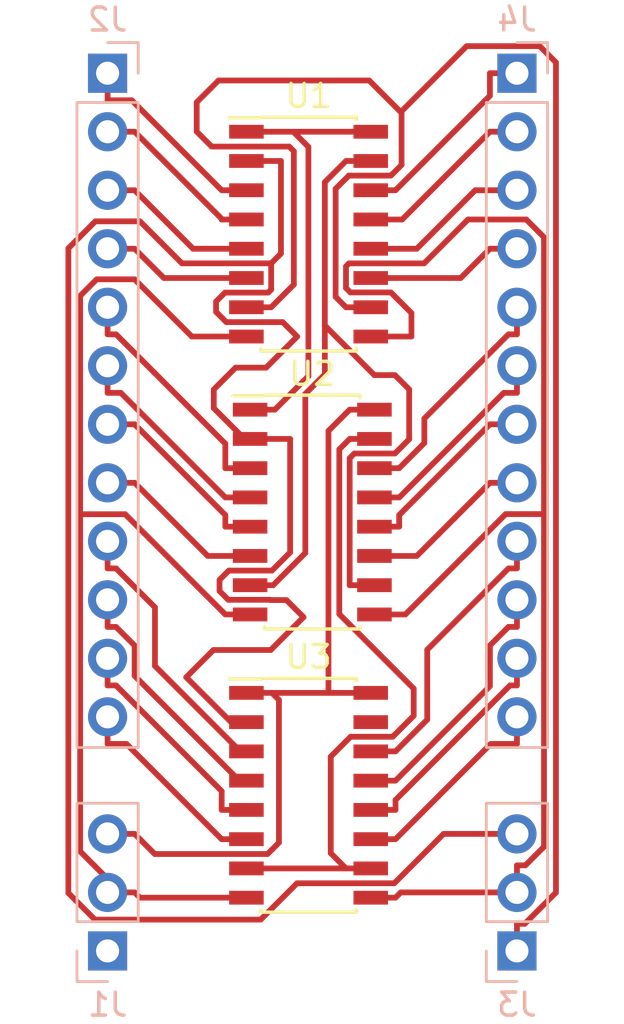
<source format=kicad_pcb>
(kicad_pcb (version 4) (host pcbnew 4.0.7)

  (general
    (links 45)
    (no_connects 1)
    (area 134.952381 70.355 162.22762 115.165)
    (thickness 1.6)
    (drawings 0)
    (tracks 263)
    (zones 0)
    (modules 7)
    (nets 34)
  )

  (page A4)
  (layers
    (0 F.Cu signal)
    (31 B.Cu signal)
    (32 B.Adhes user)
    (33 F.Adhes user)
    (34 B.Paste user)
    (35 F.Paste user)
    (36 B.SilkS user)
    (37 F.SilkS user)
    (38 B.Mask user)
    (39 F.Mask user)
    (40 Dwgs.User user)
    (41 Cmts.User user)
    (42 Eco1.User user)
    (43 Eco2.User user)
    (44 Edge.Cuts user)
    (45 Margin user)
    (46 B.CrtYd user)
    (47 F.CrtYd user)
    (48 B.Fab user)
    (49 F.Fab user)
  )

  (setup
    (last_trace_width 0.25)
    (trace_clearance 0.2)
    (zone_clearance 0.508)
    (zone_45_only no)
    (trace_min 0.2)
    (segment_width 0.2)
    (edge_width 0.15)
    (via_size 0.6)
    (via_drill 0.4)
    (via_min_size 0.4)
    (via_min_drill 0.3)
    (uvia_size 0.3)
    (uvia_drill 0.1)
    (uvias_allowed no)
    (uvia_min_size 0.2)
    (uvia_min_drill 0.1)
    (pcb_text_width 0.3)
    (pcb_text_size 1.5 1.5)
    (mod_edge_width 0.15)
    (mod_text_size 1 1)
    (mod_text_width 0.15)
    (pad_size 1.524 1.524)
    (pad_drill 0.762)
    (pad_to_mask_clearance 0.2)
    (aux_axis_origin 0 0)
    (visible_elements FFFFFF7F)
    (pcbplotparams
      (layerselection 0x00030_80000001)
      (usegerberextensions false)
      (excludeedgelayer true)
      (linewidth 0.100000)
      (plotframeref false)
      (viasonmask false)
      (mode 1)
      (useauxorigin false)
      (hpglpennumber 1)
      (hpglpenspeed 20)
      (hpglpendiameter 15)
      (hpglpenoverlay 2)
      (psnegative false)
      (psa4output false)
      (plotreference true)
      (plotvalue true)
      (plotinvisibletext false)
      (padsonsilk false)
      (subtractmaskfromsilk false)
      (outputformat 1)
      (mirror false)
      (drillshape 1)
      (scaleselection 1)
      (outputdirectory ""))
  )

  (net 0 "")
  (net 1 /Clock)
  (net 2 GND)
  (net 3 VCC)
  (net 4 "Net-(J2-Pad1)")
  (net 5 "Net-(J2-Pad2)")
  (net 6 "Net-(J2-Pad3)")
  (net 7 "Net-(J2-Pad4)")
  (net 8 "Net-(J2-Pad5)")
  (net 9 "Net-(J2-Pad6)")
  (net 10 "Net-(J2-Pad7)")
  (net 11 "Net-(J2-Pad8)")
  (net 12 "Net-(J2-Pad9)")
  (net 13 "Net-(J2-Pad10)")
  (net 14 "Net-(J2-Pad11)")
  (net 15 "Net-(J2-Pad12)")
  (net 16 /Count)
  (net 17 /PE)
  (net 18 "Net-(J4-Pad1)")
  (net 19 "Net-(J4-Pad2)")
  (net 20 "Net-(J4-Pad3)")
  (net 21 "Net-(J4-Pad4)")
  (net 22 "Net-(J4-Pad5)")
  (net 23 "Net-(J4-Pad6)")
  (net 24 "Net-(J4-Pad7)")
  (net 25 "Net-(J4-Pad8)")
  (net 26 "Net-(J4-Pad9)")
  (net 27 "Net-(J4-Pad10)")
  (net 28 "Net-(J4-Pad11)")
  (net 29 "Net-(J4-Pad12)")
  (net 30 /C0)
  (net 31 /C1)
  (net 32 "Net-(U3-Pad15)")
  (net 33 "Net-(J1-Pad1)")

  (net_class Default "This is the default net class."
    (clearance 0.2)
    (trace_width 0.25)
    (via_dia 0.6)
    (via_drill 0.4)
    (uvia_dia 0.3)
    (uvia_drill 0.1)
    (add_net /C0)
    (add_net /C1)
    (add_net /Clock)
    (add_net /Count)
    (add_net /PE)
    (add_net GND)
    (add_net "Net-(J1-Pad1)")
    (add_net "Net-(J2-Pad1)")
    (add_net "Net-(J2-Pad10)")
    (add_net "Net-(J2-Pad11)")
    (add_net "Net-(J2-Pad12)")
    (add_net "Net-(J2-Pad2)")
    (add_net "Net-(J2-Pad3)")
    (add_net "Net-(J2-Pad4)")
    (add_net "Net-(J2-Pad5)")
    (add_net "Net-(J2-Pad6)")
    (add_net "Net-(J2-Pad7)")
    (add_net "Net-(J2-Pad8)")
    (add_net "Net-(J2-Pad9)")
    (add_net "Net-(J4-Pad1)")
    (add_net "Net-(J4-Pad10)")
    (add_net "Net-(J4-Pad11)")
    (add_net "Net-(J4-Pad12)")
    (add_net "Net-(J4-Pad2)")
    (add_net "Net-(J4-Pad3)")
    (add_net "Net-(J4-Pad4)")
    (add_net "Net-(J4-Pad5)")
    (add_net "Net-(J4-Pad6)")
    (add_net "Net-(J4-Pad7)")
    (add_net "Net-(J4-Pad8)")
    (add_net "Net-(J4-Pad9)")
    (add_net "Net-(U3-Pad15)")
    (add_net VCC)
  )

  (module Pin_Headers:Pin_Header_Straight_1x03_Pitch2.54mm (layer B.Cu) (tedit 59650532) (tstamp 5AA1AE0D)
    (at 139.7 111.76)
    (descr "Through hole straight pin header, 1x03, 2.54mm pitch, single row")
    (tags "Through hole pin header THT 1x03 2.54mm single row")
    (path /5AA191ED)
    (fp_text reference J1 (at 0 2.33) (layer B.SilkS)
      (effects (font (size 1 1) (thickness 0.15)) (justify mirror))
    )
    (fp_text value Conn_01x03 (at 0 -7.41) (layer B.Fab)
      (effects (font (size 1 1) (thickness 0.15)) (justify mirror))
    )
    (fp_line (start -0.635 1.27) (end 1.27 1.27) (layer B.Fab) (width 0.1))
    (fp_line (start 1.27 1.27) (end 1.27 -6.35) (layer B.Fab) (width 0.1))
    (fp_line (start 1.27 -6.35) (end -1.27 -6.35) (layer B.Fab) (width 0.1))
    (fp_line (start -1.27 -6.35) (end -1.27 0.635) (layer B.Fab) (width 0.1))
    (fp_line (start -1.27 0.635) (end -0.635 1.27) (layer B.Fab) (width 0.1))
    (fp_line (start -1.33 -6.41) (end 1.33 -6.41) (layer B.SilkS) (width 0.12))
    (fp_line (start -1.33 -1.27) (end -1.33 -6.41) (layer B.SilkS) (width 0.12))
    (fp_line (start 1.33 -1.27) (end 1.33 -6.41) (layer B.SilkS) (width 0.12))
    (fp_line (start -1.33 -1.27) (end 1.33 -1.27) (layer B.SilkS) (width 0.12))
    (fp_line (start -1.33 0) (end -1.33 1.33) (layer B.SilkS) (width 0.12))
    (fp_line (start -1.33 1.33) (end 0 1.33) (layer B.SilkS) (width 0.12))
    (fp_line (start -1.8 1.8) (end -1.8 -6.85) (layer B.CrtYd) (width 0.05))
    (fp_line (start -1.8 -6.85) (end 1.8 -6.85) (layer B.CrtYd) (width 0.05))
    (fp_line (start 1.8 -6.85) (end 1.8 1.8) (layer B.CrtYd) (width 0.05))
    (fp_line (start 1.8 1.8) (end -1.8 1.8) (layer B.CrtYd) (width 0.05))
    (fp_text user %R (at 0 -2.54 270) (layer B.Fab)
      (effects (font (size 1 1) (thickness 0.15)) (justify mirror))
    )
    (pad 1 thru_hole rect (at 0 0) (size 1.7 1.7) (drill 1) (layers *.Cu *.Mask)
      (net 33 "Net-(J1-Pad1)"))
    (pad 2 thru_hole oval (at 0 -2.54) (size 1.7 1.7) (drill 1) (layers *.Cu *.Mask)
      (net 2 GND))
    (pad 3 thru_hole oval (at 0 -5.08) (size 1.7 1.7) (drill 1) (layers *.Cu *.Mask)
      (net 3 VCC))
    (model ${KISYS3DMOD}/Pin_Headers.3dshapes/Pin_Header_Straight_1x03_Pitch2.54mm.wrl
      (at (xyz 0 0 0))
      (scale (xyz 1 1 1))
      (rotate (xyz 0 0 0))
    )
  )

  (module Pin_Headers:Pin_Header_Straight_1x12_Pitch2.54mm (layer B.Cu) (tedit 59650532) (tstamp 5AA1AE1D)
    (at 139.7 73.66 180)
    (descr "Through hole straight pin header, 1x12, 2.54mm pitch, single row")
    (tags "Through hole pin header THT 1x12 2.54mm single row")
    (path /5AA16970)
    (fp_text reference J2 (at 0 2.33 180) (layer B.SilkS)
      (effects (font (size 1 1) (thickness 0.15)) (justify mirror))
    )
    (fp_text value Conn_01x12 (at 0 -30.27 180) (layer B.Fab)
      (effects (font (size 1 1) (thickness 0.15)) (justify mirror))
    )
    (fp_line (start -0.635 1.27) (end 1.27 1.27) (layer B.Fab) (width 0.1))
    (fp_line (start 1.27 1.27) (end 1.27 -29.21) (layer B.Fab) (width 0.1))
    (fp_line (start 1.27 -29.21) (end -1.27 -29.21) (layer B.Fab) (width 0.1))
    (fp_line (start -1.27 -29.21) (end -1.27 0.635) (layer B.Fab) (width 0.1))
    (fp_line (start -1.27 0.635) (end -0.635 1.27) (layer B.Fab) (width 0.1))
    (fp_line (start -1.33 -29.27) (end 1.33 -29.27) (layer B.SilkS) (width 0.12))
    (fp_line (start -1.33 -1.27) (end -1.33 -29.27) (layer B.SilkS) (width 0.12))
    (fp_line (start 1.33 -1.27) (end 1.33 -29.27) (layer B.SilkS) (width 0.12))
    (fp_line (start -1.33 -1.27) (end 1.33 -1.27) (layer B.SilkS) (width 0.12))
    (fp_line (start -1.33 0) (end -1.33 1.33) (layer B.SilkS) (width 0.12))
    (fp_line (start -1.33 1.33) (end 0 1.33) (layer B.SilkS) (width 0.12))
    (fp_line (start -1.8 1.8) (end -1.8 -29.75) (layer B.CrtYd) (width 0.05))
    (fp_line (start -1.8 -29.75) (end 1.8 -29.75) (layer B.CrtYd) (width 0.05))
    (fp_line (start 1.8 -29.75) (end 1.8 1.8) (layer B.CrtYd) (width 0.05))
    (fp_line (start 1.8 1.8) (end -1.8 1.8) (layer B.CrtYd) (width 0.05))
    (fp_text user %R (at 0 -13.97 450) (layer B.Fab)
      (effects (font (size 1 1) (thickness 0.15)) (justify mirror))
    )
    (pad 1 thru_hole rect (at 0 0 180) (size 1.7 1.7) (drill 1) (layers *.Cu *.Mask)
      (net 4 "Net-(J2-Pad1)"))
    (pad 2 thru_hole oval (at 0 -2.54 180) (size 1.7 1.7) (drill 1) (layers *.Cu *.Mask)
      (net 5 "Net-(J2-Pad2)"))
    (pad 3 thru_hole oval (at 0 -5.08 180) (size 1.7 1.7) (drill 1) (layers *.Cu *.Mask)
      (net 6 "Net-(J2-Pad3)"))
    (pad 4 thru_hole oval (at 0 -7.62 180) (size 1.7 1.7) (drill 1) (layers *.Cu *.Mask)
      (net 7 "Net-(J2-Pad4)"))
    (pad 5 thru_hole oval (at 0 -10.16 180) (size 1.7 1.7) (drill 1) (layers *.Cu *.Mask)
      (net 8 "Net-(J2-Pad5)"))
    (pad 6 thru_hole oval (at 0 -12.7 180) (size 1.7 1.7) (drill 1) (layers *.Cu *.Mask)
      (net 9 "Net-(J2-Pad6)"))
    (pad 7 thru_hole oval (at 0 -15.24 180) (size 1.7 1.7) (drill 1) (layers *.Cu *.Mask)
      (net 10 "Net-(J2-Pad7)"))
    (pad 8 thru_hole oval (at 0 -17.78 180) (size 1.7 1.7) (drill 1) (layers *.Cu *.Mask)
      (net 11 "Net-(J2-Pad8)"))
    (pad 9 thru_hole oval (at 0 -20.32 180) (size 1.7 1.7) (drill 1) (layers *.Cu *.Mask)
      (net 12 "Net-(J2-Pad9)"))
    (pad 10 thru_hole oval (at 0 -22.86 180) (size 1.7 1.7) (drill 1) (layers *.Cu *.Mask)
      (net 13 "Net-(J2-Pad10)"))
    (pad 11 thru_hole oval (at 0 -25.4 180) (size 1.7 1.7) (drill 1) (layers *.Cu *.Mask)
      (net 14 "Net-(J2-Pad11)"))
    (pad 12 thru_hole oval (at 0 -27.94 180) (size 1.7 1.7) (drill 1) (layers *.Cu *.Mask)
      (net 15 "Net-(J2-Pad12)"))
    (model ${KISYS3DMOD}/Pin_Headers.3dshapes/Pin_Header_Straight_1x12_Pitch2.54mm.wrl
      (at (xyz 0 0 0))
      (scale (xyz 1 1 1))
      (rotate (xyz 0 0 0))
    )
  )

  (module Pin_Headers:Pin_Header_Straight_1x03_Pitch2.54mm (layer B.Cu) (tedit 59650532) (tstamp 5AA1AE24)
    (at 157.48 111.76)
    (descr "Through hole straight pin header, 1x03, 2.54mm pitch, single row")
    (tags "Through hole pin header THT 1x03 2.54mm single row")
    (path /5AA19165)
    (fp_text reference J3 (at 0 2.33) (layer B.SilkS)
      (effects (font (size 1 1) (thickness 0.15)) (justify mirror))
    )
    (fp_text value Conn_01x03 (at 0 -7.41) (layer B.Fab)
      (effects (font (size 1 1) (thickness 0.15)) (justify mirror))
    )
    (fp_line (start -0.635 1.27) (end 1.27 1.27) (layer B.Fab) (width 0.1))
    (fp_line (start 1.27 1.27) (end 1.27 -6.35) (layer B.Fab) (width 0.1))
    (fp_line (start 1.27 -6.35) (end -1.27 -6.35) (layer B.Fab) (width 0.1))
    (fp_line (start -1.27 -6.35) (end -1.27 0.635) (layer B.Fab) (width 0.1))
    (fp_line (start -1.27 0.635) (end -0.635 1.27) (layer B.Fab) (width 0.1))
    (fp_line (start -1.33 -6.41) (end 1.33 -6.41) (layer B.SilkS) (width 0.12))
    (fp_line (start -1.33 -1.27) (end -1.33 -6.41) (layer B.SilkS) (width 0.12))
    (fp_line (start 1.33 -1.27) (end 1.33 -6.41) (layer B.SilkS) (width 0.12))
    (fp_line (start -1.33 -1.27) (end 1.33 -1.27) (layer B.SilkS) (width 0.12))
    (fp_line (start -1.33 0) (end -1.33 1.33) (layer B.SilkS) (width 0.12))
    (fp_line (start -1.33 1.33) (end 0 1.33) (layer B.SilkS) (width 0.12))
    (fp_line (start -1.8 1.8) (end -1.8 -6.85) (layer B.CrtYd) (width 0.05))
    (fp_line (start -1.8 -6.85) (end 1.8 -6.85) (layer B.CrtYd) (width 0.05))
    (fp_line (start 1.8 -6.85) (end 1.8 1.8) (layer B.CrtYd) (width 0.05))
    (fp_line (start 1.8 1.8) (end -1.8 1.8) (layer B.CrtYd) (width 0.05))
    (fp_text user %R (at 0 -2.54 270) (layer B.Fab)
      (effects (font (size 1 1) (thickness 0.15)) (justify mirror))
    )
    (pad 1 thru_hole rect (at 0 0) (size 1.7 1.7) (drill 1) (layers *.Cu *.Mask)
      (net 16 /Count))
    (pad 2 thru_hole oval (at 0 -2.54) (size 1.7 1.7) (drill 1) (layers *.Cu *.Mask)
      (net 17 /PE))
    (pad 3 thru_hole oval (at 0 -5.08) (size 1.7 1.7) (drill 1) (layers *.Cu *.Mask)
      (net 1 /Clock))
    (model ${KISYS3DMOD}/Pin_Headers.3dshapes/Pin_Header_Straight_1x03_Pitch2.54mm.wrl
      (at (xyz 0 0 0))
      (scale (xyz 1 1 1))
      (rotate (xyz 0 0 0))
    )
  )

  (module Pin_Headers:Pin_Header_Straight_1x12_Pitch2.54mm (layer B.Cu) (tedit 59650532) (tstamp 5AA1AE34)
    (at 157.48 73.66 180)
    (descr "Through hole straight pin header, 1x12, 2.54mm pitch, single row")
    (tags "Through hole pin header THT 1x12 2.54mm single row")
    (path /5AA169ED)
    (fp_text reference J4 (at 0 2.33 180) (layer B.SilkS)
      (effects (font (size 1 1) (thickness 0.15)) (justify mirror))
    )
    (fp_text value Conn_01x12 (at 0 -30.27 180) (layer B.Fab)
      (effects (font (size 1 1) (thickness 0.15)) (justify mirror))
    )
    (fp_line (start -0.635 1.27) (end 1.27 1.27) (layer B.Fab) (width 0.1))
    (fp_line (start 1.27 1.27) (end 1.27 -29.21) (layer B.Fab) (width 0.1))
    (fp_line (start 1.27 -29.21) (end -1.27 -29.21) (layer B.Fab) (width 0.1))
    (fp_line (start -1.27 -29.21) (end -1.27 0.635) (layer B.Fab) (width 0.1))
    (fp_line (start -1.27 0.635) (end -0.635 1.27) (layer B.Fab) (width 0.1))
    (fp_line (start -1.33 -29.27) (end 1.33 -29.27) (layer B.SilkS) (width 0.12))
    (fp_line (start -1.33 -1.27) (end -1.33 -29.27) (layer B.SilkS) (width 0.12))
    (fp_line (start 1.33 -1.27) (end 1.33 -29.27) (layer B.SilkS) (width 0.12))
    (fp_line (start -1.33 -1.27) (end 1.33 -1.27) (layer B.SilkS) (width 0.12))
    (fp_line (start -1.33 0) (end -1.33 1.33) (layer B.SilkS) (width 0.12))
    (fp_line (start -1.33 1.33) (end 0 1.33) (layer B.SilkS) (width 0.12))
    (fp_line (start -1.8 1.8) (end -1.8 -29.75) (layer B.CrtYd) (width 0.05))
    (fp_line (start -1.8 -29.75) (end 1.8 -29.75) (layer B.CrtYd) (width 0.05))
    (fp_line (start 1.8 -29.75) (end 1.8 1.8) (layer B.CrtYd) (width 0.05))
    (fp_line (start 1.8 1.8) (end -1.8 1.8) (layer B.CrtYd) (width 0.05))
    (fp_text user %R (at 0 -13.97 450) (layer B.Fab)
      (effects (font (size 1 1) (thickness 0.15)) (justify mirror))
    )
    (pad 1 thru_hole rect (at 0 0 180) (size 1.7 1.7) (drill 1) (layers *.Cu *.Mask)
      (net 18 "Net-(J4-Pad1)"))
    (pad 2 thru_hole oval (at 0 -2.54 180) (size 1.7 1.7) (drill 1) (layers *.Cu *.Mask)
      (net 19 "Net-(J4-Pad2)"))
    (pad 3 thru_hole oval (at 0 -5.08 180) (size 1.7 1.7) (drill 1) (layers *.Cu *.Mask)
      (net 20 "Net-(J4-Pad3)"))
    (pad 4 thru_hole oval (at 0 -7.62 180) (size 1.7 1.7) (drill 1) (layers *.Cu *.Mask)
      (net 21 "Net-(J4-Pad4)"))
    (pad 5 thru_hole oval (at 0 -10.16 180) (size 1.7 1.7) (drill 1) (layers *.Cu *.Mask)
      (net 22 "Net-(J4-Pad5)"))
    (pad 6 thru_hole oval (at 0 -12.7 180) (size 1.7 1.7) (drill 1) (layers *.Cu *.Mask)
      (net 23 "Net-(J4-Pad6)"))
    (pad 7 thru_hole oval (at 0 -15.24 180) (size 1.7 1.7) (drill 1) (layers *.Cu *.Mask)
      (net 24 "Net-(J4-Pad7)"))
    (pad 8 thru_hole oval (at 0 -17.78 180) (size 1.7 1.7) (drill 1) (layers *.Cu *.Mask)
      (net 25 "Net-(J4-Pad8)"))
    (pad 9 thru_hole oval (at 0 -20.32 180) (size 1.7 1.7) (drill 1) (layers *.Cu *.Mask)
      (net 26 "Net-(J4-Pad9)"))
    (pad 10 thru_hole oval (at 0 -22.86 180) (size 1.7 1.7) (drill 1) (layers *.Cu *.Mask)
      (net 27 "Net-(J4-Pad10)"))
    (pad 11 thru_hole oval (at 0 -25.4 180) (size 1.7 1.7) (drill 1) (layers *.Cu *.Mask)
      (net 28 "Net-(J4-Pad11)"))
    (pad 12 thru_hole oval (at 0 -27.94 180) (size 1.7 1.7) (drill 1) (layers *.Cu *.Mask)
      (net 29 "Net-(J4-Pad12)"))
    (model ${KISYS3DMOD}/Pin_Headers.3dshapes/Pin_Header_Straight_1x12_Pitch2.54mm.wrl
      (at (xyz 0 0 0))
      (scale (xyz 1 1 1))
      (rotate (xyz 0 0 0))
    )
  )

  (module Housings_SOIC:SOIC-16_3.9x9.9mm_Pitch1.27mm (layer F.Cu) (tedit 58CC8F64) (tstamp 5AA1AE48)
    (at 148.43 80.645)
    (descr "16-Lead Plastic Small Outline (SL) - Narrow, 3.90 mm Body [SOIC] (see Microchip Packaging Specification 00000049BS.pdf)")
    (tags "SOIC 1.27")
    (path /5AA16657)
    (attr smd)
    (fp_text reference U1 (at 0 -6) (layer F.SilkS)
      (effects (font (size 1 1) (thickness 0.15)))
    )
    (fp_text value 74LS161 (at 0 6) (layer F.Fab)
      (effects (font (size 1 1) (thickness 0.15)))
    )
    (fp_text user %R (at 0 0) (layer F.Fab)
      (effects (font (size 0.9 0.9) (thickness 0.135)))
    )
    (fp_line (start -0.95 -4.95) (end 1.95 -4.95) (layer F.Fab) (width 0.15))
    (fp_line (start 1.95 -4.95) (end 1.95 4.95) (layer F.Fab) (width 0.15))
    (fp_line (start 1.95 4.95) (end -1.95 4.95) (layer F.Fab) (width 0.15))
    (fp_line (start -1.95 4.95) (end -1.95 -3.95) (layer F.Fab) (width 0.15))
    (fp_line (start -1.95 -3.95) (end -0.95 -4.95) (layer F.Fab) (width 0.15))
    (fp_line (start -3.7 -5.25) (end -3.7 5.25) (layer F.CrtYd) (width 0.05))
    (fp_line (start 3.7 -5.25) (end 3.7 5.25) (layer F.CrtYd) (width 0.05))
    (fp_line (start -3.7 -5.25) (end 3.7 -5.25) (layer F.CrtYd) (width 0.05))
    (fp_line (start -3.7 5.25) (end 3.7 5.25) (layer F.CrtYd) (width 0.05))
    (fp_line (start -2.075 -5.075) (end -2.075 -5.05) (layer F.SilkS) (width 0.15))
    (fp_line (start 2.075 -5.075) (end 2.075 -4.97) (layer F.SilkS) (width 0.15))
    (fp_line (start 2.075 5.075) (end 2.075 4.97) (layer F.SilkS) (width 0.15))
    (fp_line (start -2.075 5.075) (end -2.075 4.97) (layer F.SilkS) (width 0.15))
    (fp_line (start -2.075 -5.075) (end 2.075 -5.075) (layer F.SilkS) (width 0.15))
    (fp_line (start -2.075 5.075) (end 2.075 5.075) (layer F.SilkS) (width 0.15))
    (fp_line (start -2.075 -5.05) (end -3.45 -5.05) (layer F.SilkS) (width 0.15))
    (pad 1 smd rect (at -2.7 -4.445) (size 1.5 0.6) (layers F.Cu F.Paste F.Mask)
      (net 3 VCC))
    (pad 2 smd rect (at -2.7 -3.175) (size 1.5 0.6) (layers F.Cu F.Paste F.Mask)
      (net 1 /Clock))
    (pad 3 smd rect (at -2.7 -1.905) (size 1.5 0.6) (layers F.Cu F.Paste F.Mask)
      (net 4 "Net-(J2-Pad1)"))
    (pad 4 smd rect (at -2.7 -0.635) (size 1.5 0.6) (layers F.Cu F.Paste F.Mask)
      (net 5 "Net-(J2-Pad2)"))
    (pad 5 smd rect (at -2.7 0.635) (size 1.5 0.6) (layers F.Cu F.Paste F.Mask)
      (net 6 "Net-(J2-Pad3)"))
    (pad 6 smd rect (at -2.7 1.905) (size 1.5 0.6) (layers F.Cu F.Paste F.Mask)
      (net 7 "Net-(J2-Pad4)"))
    (pad 7 smd rect (at -2.7 3.175) (size 1.5 0.6) (layers F.Cu F.Paste F.Mask)
      (net 16 /Count))
    (pad 8 smd rect (at -2.7 4.445) (size 1.5 0.6) (layers F.Cu F.Paste F.Mask)
      (net 2 GND))
    (pad 9 smd rect (at 2.7 4.445) (size 1.5 0.6) (layers F.Cu F.Paste F.Mask)
      (net 17 /PE))
    (pad 10 smd rect (at 2.7 3.175) (size 1.5 0.6) (layers F.Cu F.Paste F.Mask)
      (net 16 /Count))
    (pad 11 smd rect (at 2.7 1.905) (size 1.5 0.6) (layers F.Cu F.Paste F.Mask)
      (net 21 "Net-(J4-Pad4)"))
    (pad 12 smd rect (at 2.7 0.635) (size 1.5 0.6) (layers F.Cu F.Paste F.Mask)
      (net 20 "Net-(J4-Pad3)"))
    (pad 13 smd rect (at 2.7 -0.635) (size 1.5 0.6) (layers F.Cu F.Paste F.Mask)
      (net 19 "Net-(J4-Pad2)"))
    (pad 14 smd rect (at 2.7 -1.905) (size 1.5 0.6) (layers F.Cu F.Paste F.Mask)
      (net 18 "Net-(J4-Pad1)"))
    (pad 15 smd rect (at 2.7 -3.175) (size 1.5 0.6) (layers F.Cu F.Paste F.Mask)
      (net 30 /C0))
    (pad 16 smd rect (at 2.7 -4.445) (size 1.5 0.6) (layers F.Cu F.Paste F.Mask)
      (net 3 VCC))
    (model ${KISYS3DMOD}/Housings_SOIC.3dshapes/SOIC-16_3.9x9.9mm_Pitch1.27mm.wrl
      (at (xyz 0 0 0))
      (scale (xyz 1 1 1))
      (rotate (xyz 0 0 0))
    )
  )

  (module Housings_SOIC:SOIC-16_3.9x9.9mm_Pitch1.27mm (layer F.Cu) (tedit 58CC8F64) (tstamp 5AA1AE5C)
    (at 148.59 92.71)
    (descr "16-Lead Plastic Small Outline (SL) - Narrow, 3.90 mm Body [SOIC] (see Microchip Packaging Specification 00000049BS.pdf)")
    (tags "SOIC 1.27")
    (path /5AA166E3)
    (attr smd)
    (fp_text reference U2 (at 0 -6) (layer F.SilkS)
      (effects (font (size 1 1) (thickness 0.15)))
    )
    (fp_text value 74LS161 (at 0 6) (layer F.Fab)
      (effects (font (size 1 1) (thickness 0.15)))
    )
    (fp_text user %R (at 0 0) (layer F.Fab)
      (effects (font (size 0.9 0.9) (thickness 0.135)))
    )
    (fp_line (start -0.95 -4.95) (end 1.95 -4.95) (layer F.Fab) (width 0.15))
    (fp_line (start 1.95 -4.95) (end 1.95 4.95) (layer F.Fab) (width 0.15))
    (fp_line (start 1.95 4.95) (end -1.95 4.95) (layer F.Fab) (width 0.15))
    (fp_line (start -1.95 4.95) (end -1.95 -3.95) (layer F.Fab) (width 0.15))
    (fp_line (start -1.95 -3.95) (end -0.95 -4.95) (layer F.Fab) (width 0.15))
    (fp_line (start -3.7 -5.25) (end -3.7 5.25) (layer F.CrtYd) (width 0.05))
    (fp_line (start 3.7 -5.25) (end 3.7 5.25) (layer F.CrtYd) (width 0.05))
    (fp_line (start -3.7 -5.25) (end 3.7 -5.25) (layer F.CrtYd) (width 0.05))
    (fp_line (start -3.7 5.25) (end 3.7 5.25) (layer F.CrtYd) (width 0.05))
    (fp_line (start -2.075 -5.075) (end -2.075 -5.05) (layer F.SilkS) (width 0.15))
    (fp_line (start 2.075 -5.075) (end 2.075 -4.97) (layer F.SilkS) (width 0.15))
    (fp_line (start 2.075 5.075) (end 2.075 4.97) (layer F.SilkS) (width 0.15))
    (fp_line (start -2.075 5.075) (end -2.075 4.97) (layer F.SilkS) (width 0.15))
    (fp_line (start -2.075 -5.075) (end 2.075 -5.075) (layer F.SilkS) (width 0.15))
    (fp_line (start -2.075 5.075) (end 2.075 5.075) (layer F.SilkS) (width 0.15))
    (fp_line (start -2.075 -5.05) (end -3.45 -5.05) (layer F.SilkS) (width 0.15))
    (pad 1 smd rect (at -2.7 -4.445) (size 1.5 0.6) (layers F.Cu F.Paste F.Mask)
      (net 3 VCC))
    (pad 2 smd rect (at -2.7 -3.175) (size 1.5 0.6) (layers F.Cu F.Paste F.Mask)
      (net 1 /Clock))
    (pad 3 smd rect (at -2.7 -1.905) (size 1.5 0.6) (layers F.Cu F.Paste F.Mask)
      (net 8 "Net-(J2-Pad5)"))
    (pad 4 smd rect (at -2.7 -0.635) (size 1.5 0.6) (layers F.Cu F.Paste F.Mask)
      (net 9 "Net-(J2-Pad6)"))
    (pad 5 smd rect (at -2.7 0.635) (size 1.5 0.6) (layers F.Cu F.Paste F.Mask)
      (net 10 "Net-(J2-Pad7)"))
    (pad 6 smd rect (at -2.7 1.905) (size 1.5 0.6) (layers F.Cu F.Paste F.Mask)
      (net 11 "Net-(J2-Pad8)"))
    (pad 7 smd rect (at -2.7 3.175) (size 1.5 0.6) (layers F.Cu F.Paste F.Mask)
      (net 30 /C0))
    (pad 8 smd rect (at -2.7 4.445) (size 1.5 0.6) (layers F.Cu F.Paste F.Mask)
      (net 2 GND))
    (pad 9 smd rect (at 2.7 4.445) (size 1.5 0.6) (layers F.Cu F.Paste F.Mask)
      (net 17 /PE))
    (pad 10 smd rect (at 2.7 3.175) (size 1.5 0.6) (layers F.Cu F.Paste F.Mask)
      (net 30 /C0))
    (pad 11 smd rect (at 2.7 1.905) (size 1.5 0.6) (layers F.Cu F.Paste F.Mask)
      (net 25 "Net-(J4-Pad8)"))
    (pad 12 smd rect (at 2.7 0.635) (size 1.5 0.6) (layers F.Cu F.Paste F.Mask)
      (net 24 "Net-(J4-Pad7)"))
    (pad 13 smd rect (at 2.7 -0.635) (size 1.5 0.6) (layers F.Cu F.Paste F.Mask)
      (net 23 "Net-(J4-Pad6)"))
    (pad 14 smd rect (at 2.7 -1.905) (size 1.5 0.6) (layers F.Cu F.Paste F.Mask)
      (net 22 "Net-(J4-Pad5)"))
    (pad 15 smd rect (at 2.7 -3.175) (size 1.5 0.6) (layers F.Cu F.Paste F.Mask)
      (net 31 /C1))
    (pad 16 smd rect (at 2.7 -4.445) (size 1.5 0.6) (layers F.Cu F.Paste F.Mask)
      (net 3 VCC))
    (model ${KISYS3DMOD}/Housings_SOIC.3dshapes/SOIC-16_3.9x9.9mm_Pitch1.27mm.wrl
      (at (xyz 0 0 0))
      (scale (xyz 1 1 1))
      (rotate (xyz 0 0 0))
    )
  )

  (module Housings_SOIC:SOIC-16_3.9x9.9mm_Pitch1.27mm (layer F.Cu) (tedit 58CC8F64) (tstamp 5AA1AE70)
    (at 148.43 105.004)
    (descr "16-Lead Plastic Small Outline (SL) - Narrow, 3.90 mm Body [SOIC] (see Microchip Packaging Specification 00000049BS.pdf)")
    (tags "SOIC 1.27")
    (path /5AA1679F)
    (attr smd)
    (fp_text reference U3 (at 0 -6) (layer F.SilkS)
      (effects (font (size 1 1) (thickness 0.15)))
    )
    (fp_text value 74LS161 (at 0 6) (layer F.Fab)
      (effects (font (size 1 1) (thickness 0.15)))
    )
    (fp_text user %R (at 0 0) (layer F.Fab)
      (effects (font (size 0.9 0.9) (thickness 0.135)))
    )
    (fp_line (start -0.95 -4.95) (end 1.95 -4.95) (layer F.Fab) (width 0.15))
    (fp_line (start 1.95 -4.95) (end 1.95 4.95) (layer F.Fab) (width 0.15))
    (fp_line (start 1.95 4.95) (end -1.95 4.95) (layer F.Fab) (width 0.15))
    (fp_line (start -1.95 4.95) (end -1.95 -3.95) (layer F.Fab) (width 0.15))
    (fp_line (start -1.95 -3.95) (end -0.95 -4.95) (layer F.Fab) (width 0.15))
    (fp_line (start -3.7 -5.25) (end -3.7 5.25) (layer F.CrtYd) (width 0.05))
    (fp_line (start 3.7 -5.25) (end 3.7 5.25) (layer F.CrtYd) (width 0.05))
    (fp_line (start -3.7 -5.25) (end 3.7 -5.25) (layer F.CrtYd) (width 0.05))
    (fp_line (start -3.7 5.25) (end 3.7 5.25) (layer F.CrtYd) (width 0.05))
    (fp_line (start -2.075 -5.075) (end -2.075 -5.05) (layer F.SilkS) (width 0.15))
    (fp_line (start 2.075 -5.075) (end 2.075 -4.97) (layer F.SilkS) (width 0.15))
    (fp_line (start 2.075 5.075) (end 2.075 4.97) (layer F.SilkS) (width 0.15))
    (fp_line (start -2.075 5.075) (end -2.075 4.97) (layer F.SilkS) (width 0.15))
    (fp_line (start -2.075 -5.075) (end 2.075 -5.075) (layer F.SilkS) (width 0.15))
    (fp_line (start -2.075 5.075) (end 2.075 5.075) (layer F.SilkS) (width 0.15))
    (fp_line (start -2.075 -5.05) (end -3.45 -5.05) (layer F.SilkS) (width 0.15))
    (pad 1 smd rect (at -2.7 -4.445) (size 1.5 0.6) (layers F.Cu F.Paste F.Mask)
      (net 3 VCC))
    (pad 2 smd rect (at -2.7 -3.175) (size 1.5 0.6) (layers F.Cu F.Paste F.Mask)
      (net 1 /Clock))
    (pad 3 smd rect (at -2.7 -1.905) (size 1.5 0.6) (layers F.Cu F.Paste F.Mask)
      (net 12 "Net-(J2-Pad9)"))
    (pad 4 smd rect (at -2.7 -0.635) (size 1.5 0.6) (layers F.Cu F.Paste F.Mask)
      (net 13 "Net-(J2-Pad10)"))
    (pad 5 smd rect (at -2.7 0.635) (size 1.5 0.6) (layers F.Cu F.Paste F.Mask)
      (net 14 "Net-(J2-Pad11)"))
    (pad 6 smd rect (at -2.7 1.905) (size 1.5 0.6) (layers F.Cu F.Paste F.Mask)
      (net 15 "Net-(J2-Pad12)"))
    (pad 7 smd rect (at -2.7 3.175) (size 1.5 0.6) (layers F.Cu F.Paste F.Mask)
      (net 31 /C1))
    (pad 8 smd rect (at -2.7 4.445) (size 1.5 0.6) (layers F.Cu F.Paste F.Mask)
      (net 2 GND))
    (pad 9 smd rect (at 2.7 4.445) (size 1.5 0.6) (layers F.Cu F.Paste F.Mask)
      (net 17 /PE))
    (pad 10 smd rect (at 2.7 3.175) (size 1.5 0.6) (layers F.Cu F.Paste F.Mask)
      (net 31 /C1))
    (pad 11 smd rect (at 2.7 1.905) (size 1.5 0.6) (layers F.Cu F.Paste F.Mask)
      (net 29 "Net-(J4-Pad12)"))
    (pad 12 smd rect (at 2.7 0.635) (size 1.5 0.6) (layers F.Cu F.Paste F.Mask)
      (net 28 "Net-(J4-Pad11)"))
    (pad 13 smd rect (at 2.7 -0.635) (size 1.5 0.6) (layers F.Cu F.Paste F.Mask)
      (net 27 "Net-(J4-Pad10)"))
    (pad 14 smd rect (at 2.7 -1.905) (size 1.5 0.6) (layers F.Cu F.Paste F.Mask)
      (net 26 "Net-(J4-Pad9)"))
    (pad 15 smd rect (at 2.7 -3.175) (size 1.5 0.6) (layers F.Cu F.Paste F.Mask)
      (net 32 "Net-(U3-Pad15)"))
    (pad 16 smd rect (at 2.7 -4.445) (size 1.5 0.6) (layers F.Cu F.Paste F.Mask)
      (net 3 VCC))
    (model ${KISYS3DMOD}/Housings_SOIC.3dshapes/SOIC-16_3.9x9.9mm_Pitch1.27mm.wrl
      (at (xyz 0 0 0))
      (scale (xyz 1 1 1))
      (rotate (xyz 0 0 0))
    )
  )

  (segment (start 145.73 101.829) (end 145.06503 101.829) (width 0.25) (layer F.Cu) (net 1))
  (segment (start 146.775099 96.529999) (end 146.7631 96.518) (width 0.25) (layer F.Cu) (net 1))
  (segment (start 146.7631 96.518) (end 144.9437 96.518) (width 0.25) (layer F.Cu) (net 1))
  (segment (start 147.6289 89.535) (end 145.89 89.535) (width 0.25) (layer F.Cu) (net 1))
  (segment (start 145.06503 101.829) (end 143.115742 99.879711) (width 0.25) (layer F.Cu) (net 1))
  (segment (start 144.298002 98.697451) (end 146.784404 98.697451) (width 0.25) (layer F.Cu) (net 1))
  (segment (start 143.115742 99.879711) (end 144.298002 98.697451) (width 0.25) (layer F.Cu) (net 1))
  (segment (start 146.784404 98.697451) (end 148.210428 97.271426) (width 0.25) (layer F.Cu) (net 1))
  (segment (start 147.6289 94.4614) (end 147.6289 89.535) (width 0.25) (layer F.Cu) (net 1))
  (segment (start 148.210428 97.271426) (end 147.469001 96.529999) (width 0.25) (layer F.Cu) (net 1))
  (segment (start 147.469001 96.529999) (end 146.775099 96.529999) (width 0.25) (layer F.Cu) (net 1))
  (segment (start 144.9437 96.518) (end 144.561621 96.135921) (width 0.25) (layer F.Cu) (net 1))
  (segment (start 144.561621 96.135921) (end 144.561621 95.653779) (width 0.25) (layer F.Cu) (net 1))
  (segment (start 144.561621 95.653779) (end 144.9654 95.25) (width 0.25) (layer F.Cu) (net 1))
  (segment (start 144.9654 95.25) (end 146.8403 95.25) (width 0.25) (layer F.Cu) (net 1))
  (segment (start 146.8403 95.25) (end 147.6289 94.4614) (width 0.25) (layer F.Cu) (net 1))
  (segment (start 145.89 89.535) (end 145.6476 89.535) (width 0.25) (layer F.Cu) (net 1))
  (segment (start 147.306576 84.464999) (end 146.615099 84.464999) (width 0.25) (layer F.Cu) (net 1))
  (segment (start 145.6476 89.535) (end 144.311839 88.199239) (width 0.25) (layer F.Cu) (net 1))
  (segment (start 144.311839 88.199239) (end 144.311839 87.390086) (width 0.25) (layer F.Cu) (net 1))
  (segment (start 146.615099 84.464999) (end 146.6147 84.4646) (width 0.25) (layer F.Cu) (net 1))
  (segment (start 146.6147 84.4646) (end 144.8564 84.4646) (width 0.25) (layer F.Cu) (net 1))
  (segment (start 144.411752 83.570948) (end 144.7997 83.183) (width 0.25) (layer F.Cu) (net 1))
  (segment (start 144.311839 87.390086) (end 145.261009 86.440916) (width 0.25) (layer F.Cu) (net 1))
  (segment (start 145.261009 86.440916) (end 146.584852 86.440916) (width 0.25) (layer F.Cu) (net 1))
  (segment (start 146.6763 83.183) (end 146.8053 83.054) (width 0.25) (layer F.Cu) (net 1))
  (segment (start 146.584852 86.440916) (end 147.933672 85.092096) (width 0.25) (layer F.Cu) (net 1))
  (segment (start 147.933672 85.092096) (end 147.306576 84.464999) (width 0.25) (layer F.Cu) (net 1))
  (segment (start 146.8053 83.054) (end 146.8053 81.9131) (width 0.25) (layer F.Cu) (net 1))
  (segment (start 144.8564 84.4646) (end 144.411752 84.019952) (width 0.25) (layer F.Cu) (net 1))
  (segment (start 144.411752 84.019952) (end 144.411752 83.570948) (width 0.25) (layer F.Cu) (net 1))
  (segment (start 144.7997 83.183) (end 146.6763 83.183) (width 0.25) (layer F.Cu) (net 1))
  (segment (start 147.230097 77.47) (end 145.73 77.47) (width 0.25) (layer F.Cu) (net 1))
  (segment (start 147.230097 81.488303) (end 147.230097 77.47) (width 0.25) (layer F.Cu) (net 1))
  (segment (start 146.8053 81.9131) (end 147.230097 81.488303) (width 0.25) (layer F.Cu) (net 1))
  (segment (start 142.9288 81.9131) (end 146.8053 81.9131) (width 0.25) (layer F.Cu) (net 1))
  (segment (start 141.1053 80.0896) (end 142.9288 81.9131) (width 0.25) (layer F.Cu) (net 1))
  (segment (start 139.1677 80.0896) (end 141.1053 80.0896) (width 0.25) (layer F.Cu) (net 1))
  (segment (start 137.9965 81.2608) (end 139.1677 80.0896) (width 0.25) (layer F.Cu) (net 1))
  (segment (start 137.9965 109.2465) (end 137.9965 81.2608) (width 0.25) (layer F.Cu) (net 1))
  (segment (start 139.1511 110.4011) (end 137.9965 109.2465) (width 0.25) (layer F.Cu) (net 1))
  (segment (start 146.3505 110.4011) (end 139.1511 110.4011) (width 0.25) (layer F.Cu) (net 1))
  (segment (start 147.9279 108.8237) (end 146.3505 110.4011) (width 0.25) (layer F.Cu) (net 1))
  (segment (start 152.1513 108.8237) (end 147.9279 108.8237) (width 0.25) (layer F.Cu) (net 1))
  (segment (start 154.295 106.68) (end 152.1513 108.8237) (width 0.25) (layer F.Cu) (net 1))
  (segment (start 157.48 106.68) (end 154.295 106.68) (width 0.25) (layer F.Cu) (net 1))
  (segment (start 141.1043 109.449) (end 140.8753 109.22) (width 0.25) (layer F.Cu) (net 2))
  (segment (start 145.73 109.449) (end 141.1043 109.449) (width 0.25) (layer F.Cu) (net 2))
  (segment (start 145.89 97.155) (end 144.8147 97.155) (width 0.25) (layer F.Cu) (net 2))
  (segment (start 139.7 109.22) (end 140.2877 109.22) (width 0.25) (layer F.Cu) (net 2))
  (segment (start 140.2877 109.22) (end 140.8753 109.22) (width 0.25) (layer F.Cu) (net 2))
  (segment (start 143.3592 85.09) (end 145.73 85.09) (width 0.25) (layer F.Cu) (net 2))
  (segment (start 140.8755 82.6063) (end 143.3592 85.09) (width 0.25) (layer F.Cu) (net 2))
  (segment (start 139.2272 82.6063) (end 140.8755 82.6063) (width 0.25) (layer F.Cu) (net 2))
  (segment (start 138.5086 83.3249) (end 139.2272 82.6063) (width 0.25) (layer F.Cu) (net 2))
  (segment (start 138.5086 92.804) (end 138.5086 83.3249) (width 0.25) (layer F.Cu) (net 2))
  (segment (start 140.4637 92.804) (end 138.5086 92.804) (width 0.25) (layer F.Cu) (net 2))
  (segment (start 144.8147 97.155) (end 140.4637 92.804) (width 0.25) (layer F.Cu) (net 2))
  (segment (start 138.5086 107.4409) (end 140.2877 109.22) (width 0.25) (layer F.Cu) (net 2))
  (segment (start 138.5086 92.804) (end 138.5086 107.4409) (width 0.25) (layer F.Cu) (net 2))
  (segment (start 148.421948 76.857748) (end 147.7642 76.2) (width 0.25) (layer F.Cu) (net 3))
  (segment (start 145.89 88.265) (end 146.9653 88.265) (width 0.25) (layer F.Cu) (net 3))
  (segment (start 146.9653 88.265) (end 147.6685 87.5618) (width 0.25) (layer F.Cu) (net 3))
  (segment (start 148.421948 86.808552) (end 148.421948 76.857748) (width 0.25) (layer F.Cu) (net 3))
  (segment (start 147.6685 87.5618) (end 147.6687 87.5618) (width 0.25) (layer F.Cu) (net 3))
  (segment (start 147.6687 87.5618) (end 148.421948 86.808552) (width 0.25) (layer F.Cu) (net 3))
  (segment (start 146.838 100.559) (end 147.141812 100.862812) (width 0.25) (layer F.Cu) (net 3))
  (segment (start 147.141812 100.862812) (end 147.141812 107.059588) (width 0.25) (layer F.Cu) (net 3))
  (segment (start 141.7489 107.5536) (end 140.8753 106.68) (width 0.25) (layer F.Cu) (net 3))
  (segment (start 147.141812 107.059588) (end 146.6478 107.5536) (width 0.25) (layer F.Cu) (net 3))
  (segment (start 146.6478 107.5536) (end 141.7489 107.5536) (width 0.25) (layer F.Cu) (net 3))
  (segment (start 140.8753 106.68) (end 139.7 106.68) (width 0.25) (layer F.Cu) (net 3))
  (segment (start 151.13 100.559) (end 149.2933 100.559) (width 0.25) (layer F.Cu) (net 3))
  (segment (start 151.29 88.265) (end 150.2147 88.265) (width 0.25) (layer F.Cu) (net 3))
  (segment (start 145.73 76.2) (end 146.8053 76.2) (width 0.25) (layer F.Cu) (net 3))
  (segment (start 151.13 76.2) (end 147.7642 76.2) (width 0.25) (layer F.Cu) (net 3))
  (segment (start 147.7642 76.2) (end 146.8053 76.2) (width 0.25) (layer F.Cu) (net 3))
  (segment (start 149.2933 100.559) (end 146.838 100.559) (width 0.25) (layer F.Cu) (net 3))
  (segment (start 146.838 100.559) (end 145.73 100.559) (width 0.25) (layer F.Cu) (net 3))
  (segment (start 149.2933 100.559) (end 149.2933 89.1864) (width 0.25) (layer F.Cu) (net 3))
  (segment (start 149.2933 89.1864) (end 150.2147 88.265) (width 0.25) (layer F.Cu) (net 3))
  (segment (start 140.75 74.8353) (end 139.7 74.8353) (width 0.25) (layer F.Cu) (net 4))
  (segment (start 144.6547 78.74) (end 140.75 74.8353) (width 0.25) (layer F.Cu) (net 4))
  (segment (start 145.73 78.74) (end 144.6547 78.74) (width 0.25) (layer F.Cu) (net 4))
  (segment (start 139.7 73.66) (end 139.7 74.8353) (width 0.25) (layer F.Cu) (net 4))
  (segment (start 144.6547 79.9794) (end 140.8753 76.2) (width 0.25) (layer F.Cu) (net 5))
  (segment (start 144.6547 80.01) (end 144.6547 79.9794) (width 0.25) (layer F.Cu) (net 5))
  (segment (start 139.7 76.2) (end 140.8753 76.2) (width 0.25) (layer F.Cu) (net 5))
  (segment (start 145.73 80.01) (end 144.6547 80.01) (width 0.25) (layer F.Cu) (net 5))
  (segment (start 139.7 78.74) (end 140.8753 78.74) (width 0.25) (layer F.Cu) (net 6))
  (segment (start 143.4153 81.28) (end 140.8753 78.74) (width 0.25) (layer F.Cu) (net 6))
  (segment (start 145.73 81.28) (end 143.4153 81.28) (width 0.25) (layer F.Cu) (net 6))
  (segment (start 142.1453 82.55) (end 140.8753 81.28) (width 0.25) (layer F.Cu) (net 7))
  (segment (start 145.73 82.55) (end 142.1453 82.55) (width 0.25) (layer F.Cu) (net 7))
  (segment (start 139.7 81.28) (end 140.8753 81.28) (width 0.25) (layer F.Cu) (net 7))
  (segment (start 140.0673 84.9953) (end 139.7 84.9953) (width 0.25) (layer F.Cu) (net 8))
  (segment (start 144.8147 89.7427) (end 140.0673 84.9953) (width 0.25) (layer F.Cu) (net 8))
  (segment (start 144.8147 90.805) (end 144.8147 89.7427) (width 0.25) (layer F.Cu) (net 8))
  (segment (start 145.89 90.805) (end 144.8147 90.805) (width 0.25) (layer F.Cu) (net 8))
  (segment (start 139.7 83.82) (end 139.7 84.9953) (width 0.25) (layer F.Cu) (net 8))
  (segment (start 140.275 87.5353) (end 139.7 87.5353) (width 0.25) (layer F.Cu) (net 9))
  (segment (start 144.8147 92.075) (end 140.275 87.5353) (width 0.25) (layer F.Cu) (net 9))
  (segment (start 145.89 92.075) (end 144.8147 92.075) (width 0.25) (layer F.Cu) (net 9))
  (segment (start 139.7 86.36) (end 139.7 87.5353) (width 0.25) (layer F.Cu) (net 9))
  (segment (start 144.8147 92.8394) (end 140.8753 88.9) (width 0.25) (layer F.Cu) (net 10))
  (segment (start 144.8147 93.345) (end 144.8147 92.8394) (width 0.25) (layer F.Cu) (net 10))
  (segment (start 139.7 88.9) (end 140.8753 88.9) (width 0.25) (layer F.Cu) (net 10))
  (segment (start 145.89 93.345) (end 144.8147 93.345) (width 0.25) (layer F.Cu) (net 10))
  (segment (start 144.0503 94.615) (end 140.8753 91.44) (width 0.25) (layer F.Cu) (net 11))
  (segment (start 145.89 94.615) (end 144.0503 94.615) (width 0.25) (layer F.Cu) (net 11))
  (segment (start 139.7 91.44) (end 140.8753 91.44) (width 0.25) (layer F.Cu) (net 11))
  (segment (start 140.0673 95.1553) (end 139.7 95.1553) (width 0.25) (layer F.Cu) (net 12))
  (segment (start 141.7574 96.8454) (end 140.0673 95.1553) (width 0.25) (layer F.Cu) (net 12))
  (segment (start 141.7574 99.391) (end 141.7574 96.8454) (width 0.25) (layer F.Cu) (net 12))
  (segment (start 145.4654 103.099) (end 141.7574 99.391) (width 0.25) (layer F.Cu) (net 12))
  (segment (start 145.73 103.099) (end 145.4654 103.099) (width 0.25) (layer F.Cu) (net 12))
  (segment (start 139.7 93.98) (end 139.7 95.1553) (width 0.25) (layer F.Cu) (net 12))
  (segment (start 140.0674 97.6953) (end 139.7 97.6953) (width 0.25) (layer F.Cu) (net 13))
  (segment (start 140.8753 98.5032) (end 140.0674 97.6953) (width 0.25) (layer F.Cu) (net 13))
  (segment (start 140.8753 99.8221) (end 140.8753 98.5032) (width 0.25) (layer F.Cu) (net 13))
  (segment (start 145.4222 104.369) (end 140.8753 99.8221) (width 0.25) (layer F.Cu) (net 13))
  (segment (start 145.73 104.369) (end 145.4222 104.369) (width 0.25) (layer F.Cu) (net 13))
  (segment (start 139.7 96.52) (end 139.7 97.6953) (width 0.25) (layer F.Cu) (net 13))
  (segment (start 140.0673 100.2353) (end 139.7 100.2353) (width 0.25) (layer F.Cu) (net 14))
  (segment (start 144.6547 104.8227) (end 140.0673 100.2353) (width 0.25) (layer F.Cu) (net 14))
  (segment (start 144.6547 105.639) (end 144.6547 104.8227) (width 0.25) (layer F.Cu) (net 14))
  (segment (start 145.73 105.639) (end 144.6547 105.639) (width 0.25) (layer F.Cu) (net 14))
  (segment (start 139.7 99.06) (end 139.7 100.2353) (width 0.25) (layer F.Cu) (net 14))
  (segment (start 140.521 102.7753) (end 139.7 102.7753) (width 0.25) (layer F.Cu) (net 15))
  (segment (start 144.6547 106.909) (end 140.521 102.7753) (width 0.25) (layer F.Cu) (net 15))
  (segment (start 145.73 106.909) (end 144.6547 106.909) (width 0.25) (layer F.Cu) (net 15))
  (segment (start 139.7 101.6) (end 139.7 102.7753) (width 0.25) (layer F.Cu) (net 15))
  (segment (start 157.48 111.76) (end 157.48 110.5847) (width 0.25) (layer F.Cu) (net 16))
  (segment (start 143.570608 74.922225) (end 143.570608 76.193902) (width 0.25) (layer F.Cu) (net 16))
  (segment (start 155.2955 72.4846) (end 152.432831 75.347269) (width 0.25) (layer F.Cu) (net 16))
  (segment (start 157.48 110.5847) (end 157.8156 110.5847) (width 0.25) (layer F.Cu) (net 16))
  (segment (start 157.8156 110.5847) (end 159.174 109.2263) (width 0.25) (layer F.Cu) (net 16))
  (segment (start 143.570608 76.193902) (end 144.221306 76.8446) (width 0.25) (layer F.Cu) (net 16))
  (segment (start 159.174 73.1913) (end 158.4673 72.4846) (width 0.25) (layer F.Cu) (net 16))
  (segment (start 159.174 109.2263) (end 159.174 73.1913) (width 0.25) (layer F.Cu) (net 16))
  (segment (start 158.4673 72.4846) (end 155.2955 72.4846) (width 0.25) (layer F.Cu) (net 16))
  (segment (start 152.432831 75.347269) (end 151.060793 73.975231) (width 0.25) (layer F.Cu) (net 16))
  (segment (start 151.060793 73.975231) (end 144.517602 73.975231) (width 0.25) (layer F.Cu) (net 16))
  (segment (start 144.517602 73.975231) (end 143.570608 74.922225) (width 0.25) (layer F.Cu) (net 16))
  (segment (start 144.221306 76.8446) (end 147.588341 76.8446) (width 0.25) (layer F.Cu) (net 16))
  (segment (start 147.588341 76.8446) (end 147.789237 77.045496) (width 0.25) (layer F.Cu) (net 16))
  (segment (start 147.789237 77.045496) (end 147.789237 82.836063) (width 0.25) (layer F.Cu) (net 16))
  (segment (start 147.789237 82.836063) (end 146.8053 83.82) (width 0.25) (layer F.Cu) (net 16))
  (segment (start 146.8053 83.82) (end 145.73 83.82) (width 0.25) (layer F.Cu) (net 16))
  (segment (start 151.13 83.82) (end 150.0547 83.82) (width 0.25) (layer F.Cu) (net 16))
  (segment (start 150.0547 83.82) (end 149.6044 83.3697) (width 0.25) (layer F.Cu) (net 16))
  (segment (start 149.6044 83.3697) (end 149.6044 78.6772) (width 0.25) (layer F.Cu) (net 16))
  (segment (start 149.6044 78.6772) (end 150.1766 78.105) (width 0.25) (layer F.Cu) (net 16))
  (segment (start 150.1766 78.105) (end 152.0051 78.105) (width 0.25) (layer F.Cu) (net 16))
  (segment (start 152.0051 78.105) (end 152.468354 77.641746) (width 0.25) (layer F.Cu) (net 16))
  (segment (start 152.468354 77.641746) (end 152.468354 75.323935) (width 0.25) (layer F.Cu) (net 16))
  (segment (start 152.468354 75.323935) (end 152.453639 75.30922) (width 0.25) (layer F.Cu) (net 16))
  (segment (start 158.6553 92.7981) (end 158.6553 80.7808) (width 0.25) (layer F.Cu) (net 17))
  (segment (start 158.6553 80.7808) (end 157.8843 80.0098) (width 0.25) (layer F.Cu) (net 17))
  (segment (start 157.8843 80.0098) (end 155.3532 80.0098) (width 0.25) (layer F.Cu) (net 17))
  (segment (start 150.2453 83.1754) (end 152.0036 83.1754) (width 0.25) (layer F.Cu) (net 17))
  (segment (start 152.0036 83.1754) (end 152.897014 84.068814) (width 0.25) (layer F.Cu) (net 17))
  (segment (start 155.3532 80.0098) (end 153.448 81.915) (width 0.25) (layer F.Cu) (net 17))
  (segment (start 153.448 81.915) (end 150.1841 81.915) (width 0.25) (layer F.Cu) (net 17))
  (segment (start 150.1841 81.915) (end 150.0547 82.0444) (width 0.25) (layer F.Cu) (net 17))
  (segment (start 150.0547 82.0444) (end 150.0547 82.9848) (width 0.25) (layer F.Cu) (net 17))
  (segment (start 152.897014 85.09) (end 151.13 85.09) (width 0.25) (layer F.Cu) (net 17))
  (segment (start 150.0547 82.9848) (end 150.2453 83.1754) (width 0.25) (layer F.Cu) (net 17))
  (segment (start 152.897014 84.068814) (end 152.897014 85.09) (width 0.25) (layer F.Cu) (net 17))
  (segment (start 151.13 109.449) (end 152.2053 109.449) (width 0.25) (layer F.Cu) (net 17))
  (segment (start 156.8924 109.22) (end 156.3047 109.22) (width 0.25) (layer F.Cu) (net 17))
  (segment (start 152.4343 109.22) (end 156.3047 109.22) (width 0.25) (layer F.Cu) (net 17))
  (segment (start 152.2053 109.449) (end 152.4343 109.22) (width 0.25) (layer F.Cu) (net 17))
  (segment (start 156.8924 109.22) (end 157.48 109.22) (width 0.25) (layer F.Cu) (net 17))
  (segment (start 157.48 109.22) (end 157.48 108.0447) (width 0.25) (layer F.Cu) (net 17))
  (segment (start 152.6325 97.155) (end 151.29 97.155) (width 0.25) (layer F.Cu) (net 17))
  (segment (start 156.9894 92.7981) (end 152.6325 97.155) (width 0.25) (layer F.Cu) (net 17))
  (segment (start 158.6553 92.7981) (end 156.9894 92.7981) (width 0.25) (layer F.Cu) (net 17))
  (segment (start 158.6553 107.2368) (end 158.6553 92.7981) (width 0.25) (layer F.Cu) (net 17))
  (segment (start 157.8474 108.0447) (end 158.6553 107.2368) (width 0.25) (layer F.Cu) (net 17))
  (segment (start 157.48 108.0447) (end 157.8474 108.0447) (width 0.25) (layer F.Cu) (net 17))
  (segment (start 157.48 73.66) (end 156.3047 73.66) (width 0.25) (layer F.Cu) (net 18))
  (segment (start 151.13 78.74) (end 152.2053 78.74) (width 0.25) (layer F.Cu) (net 18))
  (segment (start 156.3047 74.6406) (end 156.3047 73.66) (width 0.25) (layer F.Cu) (net 18))
  (segment (start 152.2053 78.74) (end 156.3047 74.6406) (width 0.25) (layer F.Cu) (net 18))
  (segment (start 152.4947 80.01) (end 156.3047 76.2) (width 0.25) (layer F.Cu) (net 19))
  (segment (start 151.13 80.01) (end 152.4947 80.01) (width 0.25) (layer F.Cu) (net 19))
  (segment (start 157.48 76.2) (end 156.3047 76.2) (width 0.25) (layer F.Cu) (net 19))
  (segment (start 157.48 78.74) (end 156.3047 78.74) (width 0.25) (layer F.Cu) (net 20))
  (segment (start 153.1279 81.28) (end 151.13 81.28) (width 0.25) (layer F.Cu) (net 20))
  (segment (start 155.6679 78.74) (end 153.1279 81.28) (width 0.25) (layer F.Cu) (net 20))
  (segment (start 156.3047 78.74) (end 155.6679 78.74) (width 0.25) (layer F.Cu) (net 20))
  (segment (start 155.0347 82.55) (end 156.3047 81.28) (width 0.25) (layer F.Cu) (net 21))
  (segment (start 151.13 82.55) (end 155.0347 82.55) (width 0.25) (layer F.Cu) (net 21))
  (segment (start 157.48 81.28) (end 156.3047 81.28) (width 0.25) (layer F.Cu) (net 21))
  (segment (start 151.29 90.805) (end 152.3653 90.805) (width 0.25) (layer F.Cu) (net 22))
  (segment (start 157.48 83.82) (end 157.48 84.9953) (width 0.25) (layer F.Cu) (net 22))
  (segment (start 157.1127 84.9953) (end 157.48 84.9953) (width 0.25) (layer F.Cu) (net 22))
  (segment (start 153.4574 88.6506) (end 157.1127 84.9953) (width 0.25) (layer F.Cu) (net 22))
  (segment (start 153.4574 89.7129) (end 153.4574 88.6506) (width 0.25) (layer F.Cu) (net 22))
  (segment (start 152.3653 90.805) (end 153.4574 89.7129) (width 0.25) (layer F.Cu) (net 22))
  (segment (start 156.905 87.5353) (end 157.48 87.5353) (width 0.25) (layer F.Cu) (net 23))
  (segment (start 152.3653 92.075) (end 156.905 87.5353) (width 0.25) (layer F.Cu) (net 23))
  (segment (start 151.29 92.075) (end 152.3653 92.075) (width 0.25) (layer F.Cu) (net 23))
  (segment (start 157.48 86.36) (end 157.48 87.5353) (width 0.25) (layer F.Cu) (net 23))
  (segment (start 152.3653 92.8394) (end 156.3047 88.9) (width 0.25) (layer F.Cu) (net 24))
  (segment (start 152.3653 93.345) (end 152.3653 92.8394) (width 0.25) (layer F.Cu) (net 24))
  (segment (start 157.48 88.9) (end 156.3047 88.9) (width 0.25) (layer F.Cu) (net 24))
  (segment (start 151.29 93.345) (end 152.3653 93.345) (width 0.25) (layer F.Cu) (net 24))
  (segment (start 153.1297 94.615) (end 156.3047 91.44) (width 0.25) (layer F.Cu) (net 25))
  (segment (start 151.29 94.615) (end 153.1297 94.615) (width 0.25) (layer F.Cu) (net 25))
  (segment (start 157.48 91.44) (end 156.3047 91.44) (width 0.25) (layer F.Cu) (net 25))
  (segment (start 151.13 103.099) (end 152.2053 103.099) (width 0.25) (layer F.Cu) (net 26))
  (segment (start 152.2053 103.099) (end 153.583205 101.721095) (width 0.25) (layer F.Cu) (net 26))
  (segment (start 153.583205 101.721095) (end 153.583205 98.684795) (width 0.25) (layer F.Cu) (net 26))
  (segment (start 153.583205 98.684795) (end 157.1127 95.1553) (width 0.25) (layer F.Cu) (net 26))
  (segment (start 157.1127 95.1553) (end 157.48 95.1553) (width 0.25) (layer F.Cu) (net 26))
  (segment (start 157.48 95.1553) (end 157.48 93.98) (width 0.25) (layer F.Cu) (net 26))
  (segment (start 157.1126 97.6953) (end 157.48 97.6953) (width 0.25) (layer F.Cu) (net 27))
  (segment (start 156.3047 98.5032) (end 157.1126 97.6953) (width 0.25) (layer F.Cu) (net 27))
  (segment (start 156.3047 100.2696) (end 156.3047 98.5032) (width 0.25) (layer F.Cu) (net 27))
  (segment (start 152.2053 104.369) (end 156.3047 100.2696) (width 0.25) (layer F.Cu) (net 27))
  (segment (start 151.13 104.369) (end 152.2053 104.369) (width 0.25) (layer F.Cu) (net 27))
  (segment (start 157.48 96.52) (end 157.48 97.6953) (width 0.25) (layer F.Cu) (net 27))
  (segment (start 157.1794 100.2353) (end 157.48 100.2353) (width 0.25) (layer F.Cu) (net 28))
  (segment (start 152.2053 105.2094) (end 157.1794 100.2353) (width 0.25) (layer F.Cu) (net 28))
  (segment (start 152.2053 105.639) (end 152.2053 105.2094) (width 0.25) (layer F.Cu) (net 28))
  (segment (start 151.13 105.639) (end 152.2053 105.639) (width 0.25) (layer F.Cu) (net 28))
  (segment (start 157.48 99.06) (end 157.48 100.2353) (width 0.25) (layer F.Cu) (net 28))
  (segment (start 156.339 102.7753) (end 157.48 102.7753) (width 0.25) (layer F.Cu) (net 29))
  (segment (start 152.2053 106.909) (end 156.339 102.7753) (width 0.25) (layer F.Cu) (net 29))
  (segment (start 151.13 106.909) (end 152.2053 106.909) (width 0.25) (layer F.Cu) (net 29))
  (segment (start 157.48 101.6) (end 157.48 102.7753) (width 0.25) (layer F.Cu) (net 29))
  (segment (start 151.29 95.885) (end 150.2147 95.885) (width 0.25) (layer F.Cu) (net 30))
  (segment (start 150.2147 95.885) (end 150.2147 90.3702) (width 0.25) (layer F.Cu) (net 30))
  (segment (start 150.2147 90.3702) (end 150.4169 90.168) (width 0.25) (layer F.Cu) (net 30))
  (segment (start 150.4169 90.168) (end 152.1795 90.168) (width 0.25) (layer F.Cu) (net 30))
  (segment (start 152.180148 86.765) (end 151.2887 86.765) (width 0.25) (layer F.Cu) (net 30))
  (segment (start 152.1795 90.168) (end 152.798987 89.548513) (width 0.25) (layer F.Cu) (net 30))
  (segment (start 151.2887 86.765) (end 149.136 84.6123) (width 0.25) (layer F.Cu) (net 30))
  (segment (start 152.798987 89.548513) (end 152.798987 87.383839) (width 0.25) (layer F.Cu) (net 30))
  (segment (start 152.798987 87.383839) (end 152.180148 86.765) (width 0.25) (layer F.Cu) (net 30))
  (segment (start 148.2886 87.57831) (end 148.2886 94.4864) (width 0.25) (layer F.Cu) (net 30))
  (segment (start 149.136 86.73091) (end 148.2886 87.57831) (width 0.25) (layer F.Cu) (net 30))
  (segment (start 149.136 84.6123) (end 149.136 86.73091) (width 0.25) (layer F.Cu) (net 30))
  (segment (start 148.2886 94.4864) (end 146.89 95.885) (width 0.25) (layer F.Cu) (net 30))
  (segment (start 146.89 95.885) (end 145.89 95.885) (width 0.25) (layer F.Cu) (net 30))
  (segment (start 151.13 77.47) (end 150.0547 77.47) (width 0.25) (layer F.Cu) (net 30))
  (segment (start 149.136 78.3887) (end 149.136 84.6123) (width 0.25) (layer F.Cu) (net 30))
  (segment (start 150.0547 77.47) (end 149.136 78.3887) (width 0.25) (layer F.Cu) (net 30))
  (segment (start 150.0546 108.179) (end 149.393085 107.517485) (width 0.25) (layer F.Cu) (net 31))
  (segment (start 149.393085 107.517485) (end 149.393085 103.325815) (width 0.25) (layer F.Cu) (net 31))
  (segment (start 149.7644 97.141798) (end 149.7644 89.9853) (width 0.25) (layer F.Cu) (net 31))
  (segment (start 149.393085 103.325815) (end 150.2549 102.464) (width 0.25) (layer F.Cu) (net 31))
  (segment (start 150.2549 102.464) (end 152.0834 102.464) (width 0.25) (layer F.Cu) (net 31))
  (segment (start 152.0834 102.464) (end 152.995042 101.552358) (width 0.25) (layer F.Cu) (net 31))
  (segment (start 152.995042 101.552358) (end 152.995042 100.37244) (width 0.25) (layer F.Cu) (net 31))
  (segment (start 152.995042 100.37244) (end 149.7644 97.141798) (width 0.25) (layer F.Cu) (net 31))
  (segment (start 150.2147 89.535) (end 151.29 89.535) (width 0.25) (layer F.Cu) (net 31))
  (segment (start 149.7644 89.9853) (end 150.2147 89.535) (width 0.25) (layer F.Cu) (net 31))
  (segment (start 151.13 108.179) (end 150.1673 108.179) (width 0.25) (layer F.Cu) (net 31))
  (segment (start 150.1673 108.179) (end 150.0546 108.179) (width 0.25) (layer F.Cu) (net 31))
  (segment (start 150.0546 108.179) (end 145.73 108.179) (width 0.25) (layer F.Cu) (net 31))

)

</source>
